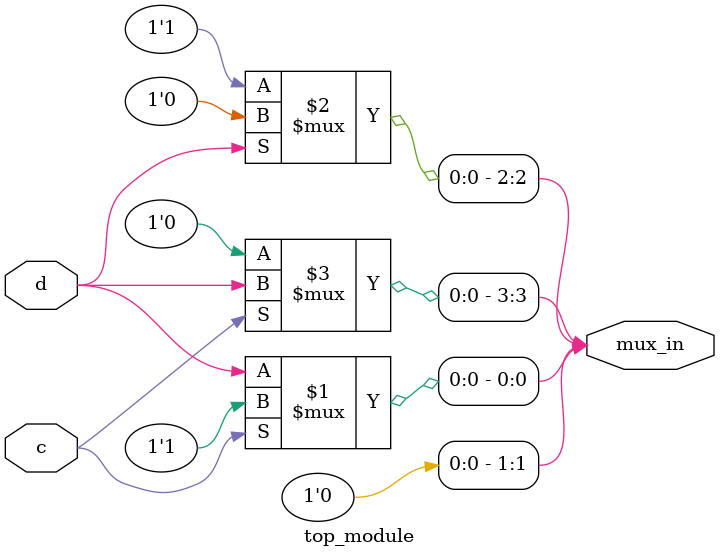
<source format=v>

module top_module (
    input c,
    input d,
    output [3:0] mux_in
);

    assign mux_in[0] = c ? 1'b1:d;
    assign mux_in[1] = 1'b0;
    assign mux_in[2] = d ? 1'b0:1'b1;
    assign mux_in[3] = c? d:1'b0;

endmodule

</source>
